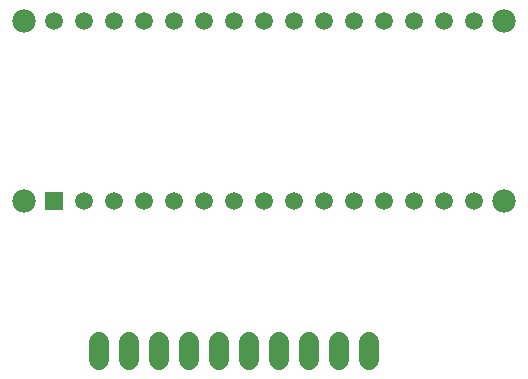
<source format=gbr>
G04 EAGLE Gerber RS-274X export*
G75*
%MOMM*%
%FSLAX34Y34*%
%LPD*%
%INSoldermask Top*%
%IPPOS*%
%AMOC8*
5,1,8,0,0,1.08239X$1,22.5*%
G01*
%ADD10C,1.981200*%
%ADD11R,1.511200X1.511200*%
%ADD12C,1.511200*%
%ADD13C,1.727200*%


D10*
X50800Y279400D03*
D11*
X76200Y279400D03*
D12*
X101600Y279400D03*
X127000Y279400D03*
X152400Y279400D03*
X177800Y279400D03*
X203200Y279400D03*
X228600Y279400D03*
X254000Y279400D03*
X279400Y279400D03*
X304800Y279400D03*
X330200Y279400D03*
X355600Y279400D03*
X381000Y279400D03*
X406400Y279400D03*
X431800Y279400D03*
X431800Y431800D03*
X406400Y431800D03*
X381000Y431800D03*
X355600Y431800D03*
X330200Y431800D03*
X304800Y431800D03*
X279400Y431800D03*
X254000Y431800D03*
X228600Y431800D03*
X203200Y431800D03*
X177800Y431800D03*
X152400Y431800D03*
X127000Y431800D03*
X101600Y431800D03*
X76200Y431800D03*
D10*
X50800Y431800D03*
X457200Y431800D03*
X457200Y279400D03*
D13*
X342900Y160020D02*
X342900Y144780D01*
X317500Y144780D02*
X317500Y160020D01*
X292100Y160020D02*
X292100Y144780D01*
X266700Y144780D02*
X266700Y160020D01*
X241300Y160020D02*
X241300Y144780D01*
X215900Y144780D02*
X215900Y160020D01*
X190500Y160020D02*
X190500Y144780D01*
X165100Y144780D02*
X165100Y160020D01*
X139700Y160020D02*
X139700Y144780D01*
X114300Y144780D02*
X114300Y160020D01*
M02*

</source>
